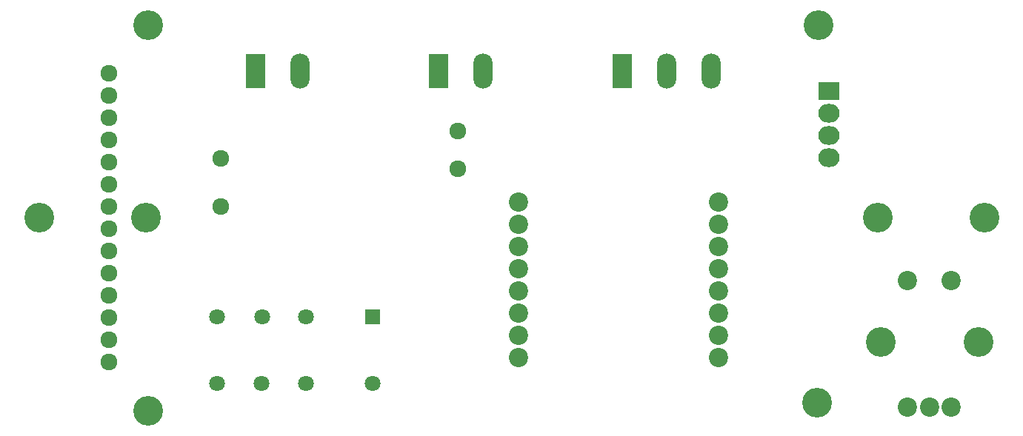
<source format=gbr>
G04 #@! TF.FileFunction,Soldermask,Bot*
%FSLAX46Y46*%
G04 Gerber Fmt 4.6, Leading zero omitted, Abs format (unit mm)*
G04 Created by KiCad (PCBNEW 4.0.7) date 06/30/19 20:04:18*
%MOMM*%
%LPD*%
G01*
G04 APERTURE LIST*
%ADD10C,0.100000*%
%ADD11C,3.400000*%
%ADD12R,2.432000X2.127200*%
%ADD13O,2.432000X2.127200*%
%ADD14C,2.200000*%
%ADD15C,1.924000*%
%ADD16R,2.200000X4.000000*%
%ADD17O,2.200000X4.000000*%
%ADD18R,1.800000X1.800000*%
%ADD19C,1.800000*%
G04 APERTURE END LIST*
D10*
D11*
X176022000Y-91567000D03*
X182940000Y-70380000D03*
X176149000Y-48387000D03*
X99568000Y-48387000D03*
X99568000Y-92456000D03*
X87094000Y-70378000D03*
X195094000Y-70378000D03*
D12*
X177340000Y-55900000D03*
D13*
X177340000Y-58440000D03*
X177340000Y-60980000D03*
X177340000Y-63520000D03*
D14*
X141840000Y-68600000D03*
X141840000Y-71140000D03*
X141840000Y-73680000D03*
X141840000Y-76220000D03*
X141840000Y-78760000D03*
X141840000Y-81300000D03*
X141840000Y-83840000D03*
X141840000Y-86380000D03*
X164700000Y-86380000D03*
X164700000Y-83840000D03*
X164700000Y-81300000D03*
X164700000Y-78760000D03*
X164700000Y-76220000D03*
X164700000Y-73680000D03*
X164700000Y-71140000D03*
X164700000Y-68600000D03*
D11*
X99314000Y-70358000D03*
D15*
X107818000Y-63592000D03*
X107818000Y-69132000D03*
X134908000Y-60497000D03*
X134908000Y-64817000D03*
D16*
X132760000Y-53580000D03*
D17*
X137840000Y-53580000D03*
D16*
X153740000Y-53580000D03*
D17*
X158820000Y-53580000D03*
X163900000Y-53580000D03*
D16*
X111840000Y-53580000D03*
D17*
X116920000Y-53580000D03*
D18*
X125230000Y-81680000D03*
D19*
X125230000Y-89300000D03*
X112540000Y-81680000D03*
X107450000Y-81680000D03*
X117610000Y-81680000D03*
X112520000Y-89310000D03*
X107440000Y-89310000D03*
X117610000Y-89300000D03*
D14*
X186340000Y-77580000D03*
X186340000Y-92080000D03*
X188840000Y-92080000D03*
X191340000Y-92080000D03*
X191340000Y-77580000D03*
D11*
X194440000Y-84580000D03*
X183240000Y-84580000D03*
D15*
X95090000Y-53880000D03*
X95090000Y-56420000D03*
X95090000Y-58960000D03*
X95090000Y-61500000D03*
X95090000Y-64040000D03*
X95090000Y-66580000D03*
X95090000Y-69120000D03*
X95090000Y-71660000D03*
X95090000Y-74200000D03*
X95090000Y-76740000D03*
X95090000Y-79280000D03*
X95090000Y-81820000D03*
X95090000Y-84360000D03*
X95090000Y-86900000D03*
M02*

</source>
